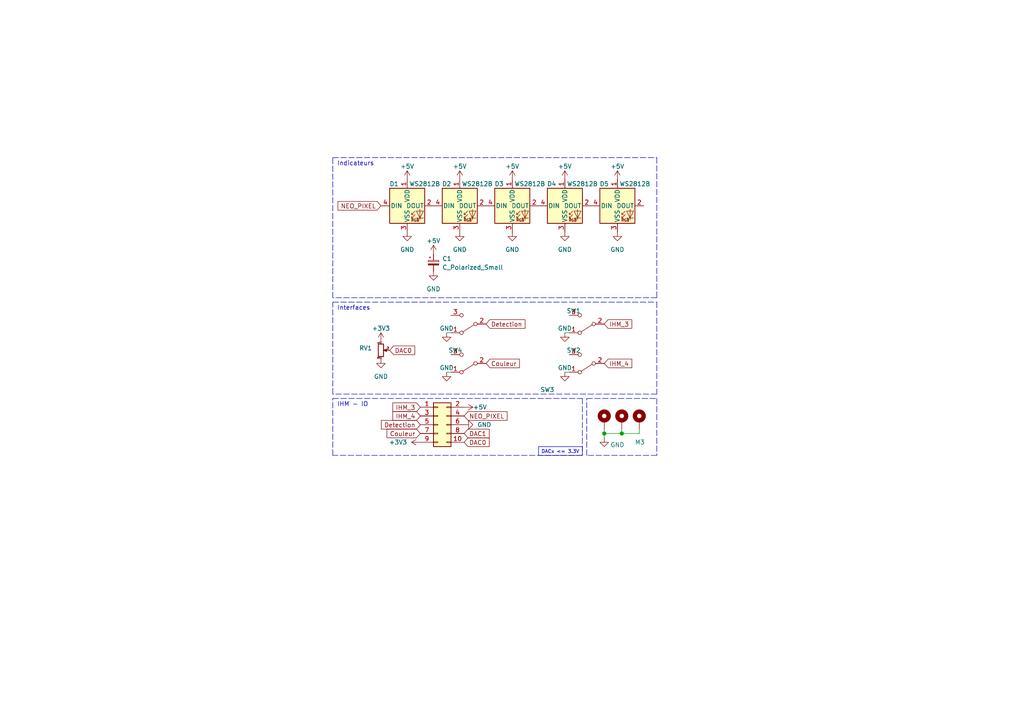
<source format=kicad_sch>
(kicad_sch (version 20230121) (generator eeschema)
  (paper "A4")
  (lib_symbols
    (symbol "Connector_Generic:Conn_02x05_Odd_Even" (pin_names (offset 1.016) hide)
      (property "Reference" "J" (at 1.27 7.62 0))
      (property "Value" "Conn_02x05_Odd_Even" (at 1.27 -7.62 0))
      (symbol "Conn_02x05_Odd_Even_1_1"
        (rectangle (start -1.27 -4.953) (end 0 -5.207) (stroke (width 0.1524)))
        (rectangle (start -1.27 -2.413) (end 0 -2.667) (stroke (width 0.1524)))
        (rectangle (start -1.27 0.127) (end 0 -0.127) (stroke (width 0.1524)))
        (rectangle (start -1.27 2.667) (end 0 2.413) (stroke (width 0.1524)))
        (rectangle (start -1.27 5.207) (end 0 4.953) (stroke (width 0.1524)))
        (rectangle (start -1.27 6.35) (end 3.81 -6.35) (stroke (width 0.254)) (fill (type background)))
        (rectangle (start 3.81 -4.953) (end 2.54 -5.207) (stroke (width 0.1524)))
        (rectangle (start 3.81 -2.413) (end 2.54 -2.667) (stroke (width 0.1524)))
        (rectangle (start 3.81 0.127) (end 2.54 -0.127) (stroke (width 0.1524)))
        (rectangle (start 3.81 2.667) (end 2.54 2.413) (stroke (width 0.1524)))
        (rectangle (start 3.81 5.207) (end 2.54 4.953) (stroke (width 0.1524)))
        (pin passive line (at -5.08 5.08 0) (length 3.81) (name "Pin_1") (number "1"))
        (pin passive line (at 7.62 -5.08 180) (length 3.81) (name "Pin_10") (number "10"))
        (pin passive line (at 7.62 5.08 180) (length 3.81) (name "Pin_2") (number "2"))
        (pin passive line (at -5.08 2.54 0) (length 3.81) (name "Pin_3") (number "3"))
        (pin passive line (at 7.62 2.54 180) (length 3.81) (name "Pin_4") (number "4"))
        (pin passive line (at -5.08 0 0) (length 3.81) (name "Pin_5") (number "5"))
        (pin passive line (at 7.62 0 180) (length 3.81) (name "Pin_6") (number "6"))
        (pin passive line (at -5.08 -2.54 0) (length 3.81) (name "Pin_7") (number "7"))
        (pin passive line (at 7.62 -2.54 180) (length 3.81) (name "Pin_8") (number "8"))
        (pin passive line (at -5.08 -5.08 0) (length 3.81) (name "Pin_9") (number "9"))
      )
    )
    (symbol "Device:C_Polarized_Small" (pin_numbers hide) (pin_names (offset 0.254) hide)
      (property "Reference" "C" (at 0.254 1.778 0))
      (property "Value" "C_Polarized_Small" (at 0.254 -2.032 0))
      (symbol "C_Polarized_Small_0_1"
        (rectangle (start -1.524 -0.3048) (end 1.524 -0.6858) (fill (type outline)))
        (rectangle (start -1.524 0.6858) (end 1.524 0.3048))
        (polyline (pts (xy -1.27 1.524) (xy -0.762 1.524)))
        (polyline (pts (xy -1.016 1.27) (xy -1.016 1.778)))
      )
      (symbol "C_Polarized_Small_1_1"
        (pin passive line (at 0 2.54 270) (length 1.8542) (name "~") (number "1"))
        (pin passive line (at 0 -2.54 90) (length 1.8542) (name "~") (number "2"))
      )
    )
    (symbol "Device:R_Potentiometer_Small" (pin_names (offset 1.016) hide)
      (property "Reference" "RV" (at -4.445 0 90))
      (property "Value" "R_Potentiometer_Small" (at -2.54 0 90))
      (symbol "R_Potentiometer_Small_0_1"
        (polyline (pts (xy 0.889 0) (xy 0.635 0) (xy 1.651 0.381) (xy 1.651 -0.381) (xy 0.635 0) (xy 0.889 0)) (fill (type outline)))
        (rectangle (start 0.762 1.8034) (end -0.762 -1.8034) (stroke (width 0.254)))
      )
      (symbol "R_Potentiometer_Small_1_1"
        (pin passive line (at 0 2.54 270) (length 0.635) (name "1") (number "1"))
        (pin passive line (at 2.54 0 180) (length 0.9906) (name "2") (number "2"))
        (pin passive line (at 0 -2.54 90) (length 0.635) (name "3") (number "3"))
      )
    )
    (symbol "LED:WS2812B" (pin_names (offset 0.254))
      (property "Reference" "D" (at 5.08 5.715 0))
      (property "Value" "WS2812B" (at 1.27 -5.715 0))
      (symbol "WS2812B_0_0"
        (text "RGB" (at 2.286 -4.191 0) (effects (font (size 0.762 0.762))))
      )
      (symbol "WS2812B_0_1"
        (polyline (pts (xy 1.27 -3.556) (xy 1.778 -3.556)))
        (polyline (pts (xy 1.27 -2.54) (xy 1.778 -2.54)))
        (polyline (pts (xy 4.699 -3.556) (xy 2.667 -3.556)))
        (polyline (pts (xy 2.286 -2.54) (xy 1.27 -3.556) (xy 1.27 -3.048)))
        (polyline (pts (xy 2.286 -1.524) (xy 1.27 -2.54) (xy 1.27 -2.032)))
        (polyline (pts (xy 3.683 -1.016) (xy 3.683 -3.556) (xy 3.683 -4.064)))
        (polyline (pts (xy 4.699 -1.524) (xy 2.667 -1.524) (xy 3.683 -3.556) (xy 4.699 -1.524)))
        (rectangle (start 5.08 5.08) (end -5.08 -5.08) (stroke (width 0.254)) (fill (type background)))
      )
      (symbol "WS2812B_1_1"
        (pin power_in line (at 0 7.62 270) (length 2.54) (name "VDD") (number "1"))
        (pin output line (at 7.62 0 180) (length 2.54) (name "DOUT") (number "2"))
        (pin power_in line (at 0 -7.62 90) (length 2.54) (name "VSS") (number "3"))
        (pin input line (at -7.62 0 0) (length 2.54) (name "DIN") (number "4"))
      )
    )
    (symbol "Mechanical:MountingHole_Pad" (pin_numbers hide) (pin_names (offset 1.016) hide)
      (property "Reference" "H" (at 0 6.35 0))
      (property "Value" "MountingHole_Pad" (at 0 4.445 0))
      (symbol "MountingHole_Pad_0_1"
        (circle (center 0 1.27) (radius 1.27) (stroke (width 1.27)))
      )
      (symbol "MountingHole_Pad_1_1"
        (pin input line (at 0 -2.54 90) (length 2.54) (name "1") (number "1"))
      )
    )
    (symbol "Switch:SW_SPDT" (pin_names (offset 0) hide)
      (property "Reference" "SW" (at 0 4.318 0))
      (property "Value" "SW_SPDT" (at 0 -5.08 0))
      (symbol "SW_SPDT_0_0"
        (circle (center -2.032 0) (radius 0.508))
        (circle (center 2.032 -2.54) (radius 0.508))
      )
      (symbol "SW_SPDT_0_1"
        (polyline (pts (xy -1.524 0.254) (xy 1.651 2.286)))
        (circle (center 2.032 2.54) (radius 0.508))
      )
      (symbol "SW_SPDT_1_1"
        (pin passive line (at 5.08 2.54 180) (length 2.54) (name "A") (number "1"))
        (pin passive line (at -5.08 0 0) (length 2.54) (name "B") (number "2"))
        (pin passive line (at 5.08 -2.54 180) (length 2.54) (name "C") (number "3"))
      )
    )
    (symbol "power:+3V3" (power) (pin_names (offset 0))
      (property "Value" "+3V3" (at 0 3.556 0))
      (symbol "+3V3_0_1"
        (polyline (pts (xy -0.762 1.27) (xy 0 2.54)))
        (polyline (pts (xy 0 0) (xy 0 2.54)))
        (polyline (pts (xy 0 2.54) (xy 0.762 1.27)))
      )
      (symbol "+3V3_1_1"
        (pin power_in line (at 0 0 90) (length 0) hide (name "+3V3") (number "1"))
      )
    )
    (symbol "power:+5V" (power) (pin_names (offset 0))
      (property "Value" "+5V" (at 0 3.556 0))
      (symbol "+5V_0_1"
        (polyline (pts (xy -0.762 1.27) (xy 0 2.54)))
        (polyline (pts (xy 0 0) (xy 0 2.54)))
        (polyline (pts (xy 0 2.54) (xy 0.762 1.27)))
      )
      (symbol "+5V_1_1"
        (pin power_in line (at 0 0 90) (length 0) hide (name "+5V") (number "1"))
      )
    )
    (symbol "power:GND" (power) (pin_names (offset 0))
      (property "Value" "GND" (at 0 -3.81 0))
      (symbol "GND_0_1"
        (polyline (pts (xy 0 0) (xy 0 -1.27) (xy 1.27 -1.27) (xy 0 -2.54) (xy -1.27 -1.27) (xy 0 -1.27)))
      )
      (symbol "GND_1_1"
        (pin power_in line (at 0 0 270) (length 0) hide (name "GND") (number "1"))
      )
    )
  )
  (junction (at 180.34 125.73) (diameter 1.016))
  (junction (at 175.26 125.73) (diameter 1.016))
  (wire (pts (xy 175.26 124.46) (xy 175.26 125.73)))
  (polyline (pts (xy 96.52 45.72) (xy 190.5 45.72)) (stroke (width 0) (type dash)))
  (wire (pts (xy 185.42 125.73) (xy 180.34 125.73)))
  (polyline (pts (xy 96.52 115.57) (xy 168.91 115.57)) (stroke (width 0) (type dash)))
  (polyline (pts (xy 96.52 87.63) (xy 190.5 87.63)) (stroke (width 0) (type dash)))
  (polyline (pts (xy 170.18 132.08) (xy 170.18 115.57)) (stroke (width 0) (type dash)))
  (polyline (pts (xy 170.18 115.57) (xy 190.5 115.57)) (stroke (width 0) (type dash)))
  (polyline (pts (xy 190.5 132.08) (xy 170.18 132.08)) (stroke (width 0) (type dash)))
  (polyline (pts (xy 190.5 87.63) (xy 190.5 114.3)) (stroke (width 0) (type dash)))
  (wire (pts (xy 163.83 96.52) (xy 165.1 96.52)))
  (polyline (pts (xy 190.5 86.36) (xy 96.52 86.36)) (stroke (width 0) (type dash)))
  (wire (pts (xy 180.34 124.46) (xy 180.34 125.73)))
  (wire (pts (xy 175.26 125.73) (xy 180.34 125.73)))
  (wire (pts (xy 129.54 107.95) (xy 130.81 107.95)))
  (polyline (pts (xy 190.5 45.72) (xy 190.5 86.36)) (stroke (width 0) (type dash)))
  (wire (pts (xy 163.83 107.95) (xy 165.1 107.95)))
  (polyline (pts (xy 168.91 115.57) (xy 168.91 132.08)) (stroke (width 0) (type dash)))
  (polyline (pts (xy 96.52 86.36) (xy 96.52 45.72)) (stroke (width 0) (type dash)))
  (polyline (pts (xy 96.52 132.08) (xy 96.52 115.57)) (stroke (width 0) (type dash)))
  (wire (pts (xy 129.54 96.52) (xy 130.81 96.52)))
  (polyline (pts (xy 168.91 132.08) (xy 96.52 132.08)) (stroke (width 0) (type dash)))
  (wire (pts (xy 185.42 124.46) (xy 185.42 125.73)))
  (polyline (pts (xy 190.5 115.57) (xy 190.5 132.08)) (stroke (width 0) (type dash)))
  (polyline (pts (xy 96.52 114.3) (xy 96.52 87.63)) (stroke (width 0) (type dash)))
  (polyline (pts (xy 190.5 114.3) (xy 96.52 114.3)) (stroke (width 0) (type dash)))
  (wire (pts (xy 175.26 125.73) (xy 175.26 127)))
  (text_box "DACx <= 3.3V" (at 156.21 129.54 0) (size 12.7 2.54) (effects (font (size 1 1)) (justify left top)))
  (text "Interfaces" (at 97.79 90.17 0) (effects (font (size 1.27 1.27)) (justify left bottom)))
  (text "IHM - IO" (at 97.79 118.11 0) (effects (font (size 1.27 1.27)) (justify left bottom)))
  (text "Indicateurs" (at 97.79 48.26 0) (effects (font (size 1.27 1.27)) (justify left bottom)))
  (global_label "NEO_PIXEL" (shape input) (at 134.62 120.65 0) (property "Intersheetrefs" "${INTERSHEET_REFS}" (effects hide)))
  (global_label "DAC1" (shape input) (at 134.62 125.73 0) (property "Intersheetrefs" "${INTERSHEET_REFS}" (effects hide)))
  (global_label "NEO_PIXEL" (shape input) (at 110.49 59.69 180) (property "Intersheetrefs" "${INTERSHEET_REFS}" (effects hide)))
  (global_label "DAC0" (shape input) (at 134.62 128.27 0) (property "Intersheetrefs" "${INTERSHEET_REFS}" (effects hide)))
  (global_label "IHM_4" (shape input) (at 175.26 105.41 0) (property "Intersheetrefs" "${INTERSHEET_REFS}" (effects hide)))
  (global_label "IHM_3" (shape input) (at 175.26 93.98 0) (property "Intersheetrefs" "${INTERSHEET_REFS}" (effects hide)))
  (global_label "Couleur" (shape input) (at 121.92 125.73 180) (property "Intersheetrefs" "${INTERSHEET_REFS}" (effects hide)))
  (global_label "Detection" (shape input) (at 121.92 123.19 180) (property "Intersheetrefs" "${INTERSHEET_REFS}" (effects hide)))
  (global_label "IHM_4" (shape input) (at 121.92 120.65 180) (property "Intersheetrefs" "${INTERSHEET_REFS}" (effects hide)))
  (global_label "Couleur" (shape input) (at 140.97 105.41 0) (property "Intersheetrefs" "${INTERSHEET_REFS}" (effects hide)))
  (global_label "DAC0" (shape input) (at 113.03 101.6 0) (property "Intersheetrefs" "${INTERSHEET_REFS}" (effects hide)))
  (global_label "Detection" (shape input) (at 140.97 93.98 0) (property "Intersheetrefs" "${INTERSHEET_REFS}" (effects hide)))
  (global_label "IHM_3" (shape input) (at 121.92 118.11 180) (property "Intersheetrefs" "${INTERSHEET_REFS}" (effects hide)))
  (symbol (lib_id "power:+3V3") (at 121.92 128.27 90) (unit 1)
    (property "Reference" "#PWR01" (effects hide))
    (property "Value" "+3V3" (at 118.11 128.27 90) (effects (justify left)))
  )
  (symbol (lib_id "LED:WS2812B") (at 179.07 59.69 0) (unit 1)
    (property "Reference" "D5" (at 175.26 53.34 0))
    (property "Value" "WS2812B" (at 184.15 53.34 0))
    (property "Footprint" "LED_SMD:LED_WS2812B_PLCC4_5.0x5.0mm_P3.2mm" (effects hide))
    (property "Datasheet" "https://cdn-shop.adafruit.com/datasheets/WS2812B.pdf" (effects hide))
  )
  (symbol (lib_id "power:+5V") (at 118.11 52.07 0) (unit 1)
    (property "Reference" "#PWR011" (effects hide))
    (property "Value" "+5V" (at 118.11 48.26 0))
  )
  (symbol (lib_id "power:GND") (at 148.59 67.31 0) (unit 1)
    (property "Reference" "#PWR015" (effects hide))
    (property "Value" "GND" (at 148.59 72.39 0))
  )
  (symbol (lib_id "power:GND") (at 129.54 107.95 0) (unit 1)
    (property "Reference" "#PWR07" (effects hide))
    (property "Value" "GND" (at 129.54 106.68 0))
  )
  (symbol (lib_id "Device:C_Polarized_Small") (at 125.73 76.2 0) (unit 1)
    (property "Reference" "C1" (at 128.27 75.0189 0) (effects (justify left)))
    (property "Value" "C_Polarized_Small" (at 128.27 77.5589 0) (effects (justify left)))
  )
  (symbol (lib_id "power:GND") (at 163.83 107.95 0) (unit 1)
    (property "Reference" "#PWR05" (effects hide))
    (property "Value" "GND" (at 163.83 106.68 0))
  )
  (symbol (lib_id "power:GND") (at 110.49 104.14 0) (unit 1)
    (property "Reference" "#PWR09" (effects hide))
    (property "Value" "GND" (at 110.49 109.22 0))
  )
  (symbol (lib_id "power:GND") (at 133.35 67.31 0) (unit 1)
    (property "Reference" "#PWR013" (effects hide))
    (property "Value" "GND" (at 133.35 72.39 0))
  )
  (symbol (lib_id "power:+5V") (at 163.83 52.07 0) (unit 1)
    (property "Reference" "#PWR016" (effects hide))
    (property "Value" "+5V" (at 163.83 48.26 0))
  )
  (symbol (lib_id "LED:WS2812B") (at 148.59 59.69 0) (unit 1)
    (property "Reference" "D3" (at 144.78 53.34 0))
    (property "Value" "WS2812B" (at 153.67 53.34 0))
    (property "Footprint" "LED_SMD:LED_WS2812B_PLCC4_5.0x5.0mm_P3.2mm" (effects hide))
    (property "Datasheet" "https://cdn-shop.adafruit.com/datasheets/WS2812B.pdf" (effects hide))
  )
  (symbol (lib_id "Connector_Generic:Conn_02x05_Odd_Even") (at 127 123.19 0) (unit 1)
    (property "Reference" "IHM-IO1" (effects hide))
    (property "Value" "Conn_02x05_Odd_Even" (effects hide))
    (property "Footprint" "Connector_IDC:IDC-Header_2x05_P2.54mm_Vertical" (effects hide))
  )
  (symbol (lib_id "Switch:SW_SPDT") (at 170.18 105.41 180) (unit 1)
    (property "Reference" "SW2" (at 166.37 101.6 0))
    (property "Value" "SW_SPDT" (effects hide))
    (property "Footprint" "footprints:SK-12D10 1P2T" (effects hide))
  )
  (symbol (lib_id "Device:R_Potentiometer_Small") (at 110.49 101.6 0) (unit 1)
    (property "Reference" "RV1" (at 107.95 100.965 0) (effects (justify right)))
    (property "Value" "R_Potentiometer_Small" (effects hide))
    (property "Footprint" "Potentiometer_THT:Potentiometer_Bourns_PTV09A-1_Single_Vertical" (effects hide))
  )
  (symbol (lib_id "Mechanical:MountingHole_Pad") (at 180.34 121.92 0) (unit 1)
    (property "Reference" "H3" (effects hide))
    (property "Value" "M3" (effects hide))
    (property "Footprint" "MountingHole:MountingHole_3.2mm_M3_Pad_Via" (effects hide))
  )
  (symbol (lib_id "LED:WS2812B") (at 133.35 59.69 0) (unit 1)
    (property "Reference" "D2" (at 129.54 53.34 0))
    (property "Value" "WS2812B" (at 138.43 53.34 0))
    (property "Footprint" "LED_SMD:LED_WS2812B_PLCC4_5.0x5.0mm_P3.2mm" (effects hide))
    (property "Datasheet" "https://cdn-shop.adafruit.com/datasheets/WS2812B.pdf" (effects hide))
  )
  (symbol (lib_id "Mechanical:MountingHole_Pad") (at 185.42 121.92 0) (unit 1)
    (property "Reference" "H4" (effects hide))
    (property "Value" "M3" (at 184.15 128.27 0) (effects (justify left)))
    (property "Footprint" "MountingHole:MountingHole_3.2mm_M3_Pad_Via" (effects hide))
  )
  (symbol (lib_id "LED:WS2812B") (at 163.83 59.69 0) (unit 1)
    (property "Reference" "D4" (at 160.02 53.34 0))
    (property "Value" "WS2812B" (at 168.91 53.34 0))
    (property "Footprint" "LED_SMD:LED_WS2812B_PLCC4_5.0x5.0mm_P3.2mm" (effects hide))
    (property "Datasheet" "https://cdn-shop.adafruit.com/datasheets/WS2812B.pdf" (effects hide))
  )
  (symbol (lib_id "Mechanical:MountingHole_Pad") (at 175.26 121.92 0) (unit 1)
    (property "Reference" "H1" (effects hide))
    (property "Value" "M3" (effects hide))
    (property "Footprint" "MountingHole:MountingHole_3.2mm_M3_Pad_Via" (effects hide))
  )
  (symbol (lib_id "power:GND") (at 163.83 96.52 0) (unit 1)
    (property "Reference" "#PWR04" (effects hide))
    (property "Value" "GND" (at 163.83 95.25 0))
  )
  (symbol (lib_id "Switch:SW_SPDT") (at 170.18 93.98 180) (unit 1)
    (property "Reference" "SW1" (at 166.37 90.17 0))
    (property "Value" "SW_SPDT" (effects hide))
    (property "Footprint" "footprints:SK-12D10 1P2T" (effects hide))
  )
  (symbol (lib_id "power:GND") (at 179.07 67.31 0) (unit 1)
    (property "Reference" "#PWR019" (effects hide))
    (property "Value" "GND" (at 179.07 72.39 0))
  )
  (symbol (lib_id "power:GND") (at 118.11 67.31 0) (unit 1)
    (property "Reference" "#PWR010" (effects hide))
    (property "Value" "GND" (at 118.11 72.39 0))
  )
  (symbol (lib_id "power:GND") (at 175.26 127 0) (unit 1)
    (property "Reference" "#PWR022" (effects hide))
    (property "Value" "GND" (at 179.07 129.0226 0))
  )
  (symbol (lib_id "Switch:SW_SPDT") (at 135.89 93.98 180) (unit 1)
    (property "Reference" "SW3" (at 158.75 113.03 0))
    (property "Value" "SW_SPDT" (effects hide))
    (property "Footprint" "footprints:SK-12D10 1P2T" (effects hide))
  )
  (symbol (lib_id "power:+5V") (at 133.35 52.07 0) (unit 1)
    (property "Reference" "#PWR012" (effects hide))
    (property "Value" "+5V" (at 133.35 48.26 0))
  )
  (symbol (lib_id "LED:WS2812B") (at 118.11 59.69 0) (unit 1)
    (property "Reference" "D1" (at 114.3 53.34 0))
    (property "Value" "WS2812B" (at 123.19 53.34 0))
    (property "Footprint" "LED_SMD:LED_WS2812B_PLCC4_5.0x5.0mm_P3.2mm" (effects hide))
    (property "Datasheet" "https://cdn-shop.adafruit.com/datasheets/WS2812B.pdf" (effects hide))
  )
  (symbol (lib_id "power:GND") (at 129.54 96.52 0) (unit 1)
    (property "Reference" "#PWR06" (effects hide))
    (property "Value" "GND" (at 129.54 95.25 0))
  )
  (symbol (lib_id "power:+5V") (at 134.62 118.11 270) (unit 1)
    (property "Reference" "#PWR02" (effects hide))
    (property "Value" "+5V" (at 137.16 118.11 90) (effects (justify left)))
  )
  (symbol (lib_id "power:+5V") (at 125.73 73.66 0) (unit 1)
    (property "Reference" "#PWR021" (effects hide))
    (property "Value" "+5V" (at 125.73 69.85 0))
  )
  (symbol (lib_id "power:+3V3") (at 110.49 99.06 0) (unit 1)
    (property "Reference" "#PWR08" (effects hide))
    (property "Value" "+3V3" (at 110.49 95.25 0))
  )
  (symbol (lib_id "power:+5V") (at 148.59 52.07 0) (unit 1)
    (property "Reference" "#PWR014" (effects hide))
    (property "Value" "+5V" (at 148.59 48.26 0))
  )
  (symbol (lib_id "power:GND") (at 134.62 123.19 90) (unit 1)
    (property "Reference" "#PWR03" (effects hide))
    (property "Value" "GND" (at 138.43 123.19 90) (effects (justify right)))
  )
  (symbol (lib_id "power:GND") (at 125.73 78.74 0) (unit 1)
    (property "Reference" "#PWR020" (effects hide))
    (property "Value" "GND" (at 125.73 83.82 0))
  )
  (symbol (lib_id "Switch:SW_SPDT") (at 135.89 105.41 180) (unit 1)
    (property "Reference" "SW4" (at 132.08 101.6 0))
    (property "Value" "SW_SPDT" (effects hide))
    (property "Footprint" "footprints:SK-12D10 1P2T" (effects hide))
  )
  (symbol (lib_id "power:GND") (at 163.83 67.31 0) (unit 1)
    (property "Reference" "#PWR017" (effects hide))
    (property "Value" "GND" (at 163.83 72.39 0))
  )
  (symbol (lib_id "power:+5V") (at 179.07 52.07 0) (unit 1)
    (property "Reference" "#PWR018" (effects hide))
    (property "Value" "+5V" (at 179.07 48.26 0))
  )
)
</source>
